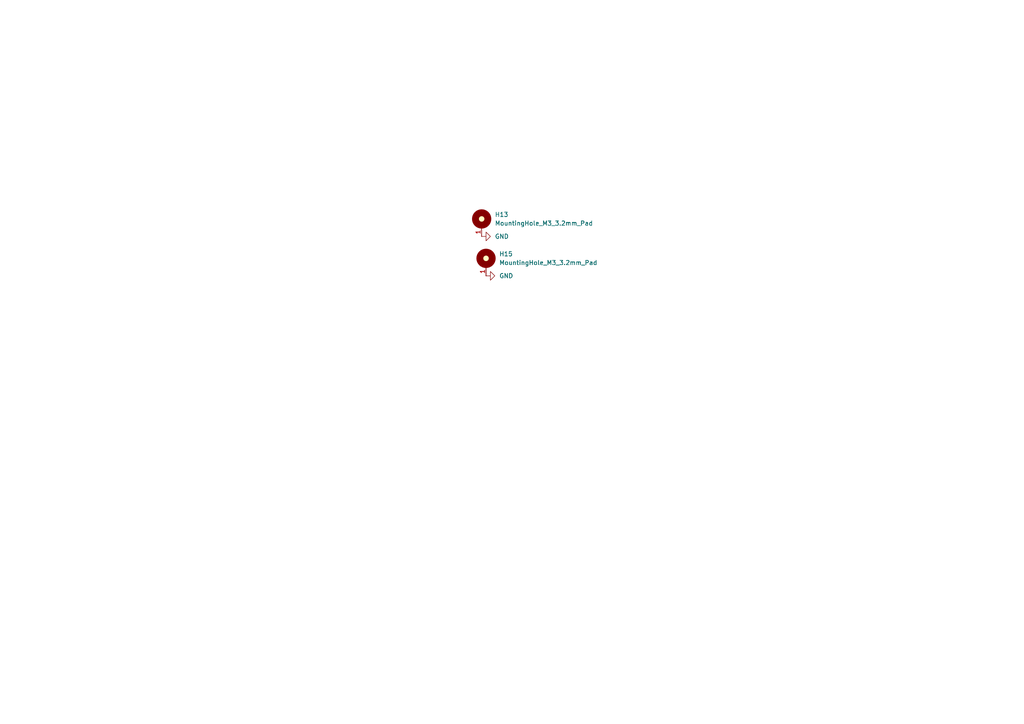
<source format=kicad_sch>
(kicad_sch (version 20231120) (generator "eeschema") (generator_version "8.0")
  (paper "A4")
  (lib_symbols
    (symbol "PCM_SL_Mechanical:MountingHole_M3_3.2mm_Pad"
      (property "Reference" "H" (at 0 7.62 0))
      (property "Value" "MountingHole_M3_3.2mm_Pad" (at 0 5.08 0))
      (symbol "MountingHole_M3_3.2mm_Pad_0_1"
        (circle (center 0 0) (radius 1.27) (fill (type background)))
        (circle (center 0 0) (radius 1.7961) (stroke (width 2)))
      )
      (symbol "MountingHole_M3_3.2mm_Pad_1_1"
        (pin passive line (at 0 -5.08 90) (length 2.54) (name "") (number "1"))
      )
    )
    (symbol "power:GND" (power) (pin_numbers hide) (pin_names (offset 0) hide)
      (property "Value" "GND" (at 0 -3.81 0))
      (symbol "GND_0_1"
        (polyline (pts (xy 0 0) (xy 0 -1.27) (xy 1.27 -1.27) (xy 0 -2.54) (xy -1.27 -1.27) (xy 0 -1.27)))
      )
      (symbol "GND_1_1"
        (pin power_in line (at 0 0 270) (length 0) (name "~") (number "1"))
      )
    )
  )
  (symbol (lib_id "power:GND") (at 139.7 68.58 90) (unit 1)
    (property "Reference" "#PWR011" (effects (hide yes)))
    (property "Value" "GND" (at 143.51 68.5799 90) (effects (justify right)))
    (property "Description" "Power symbol creates a global label with name \"GND\" , ground" (effects (hide yes)))
  )
  (symbol (lib_id "PCM_SL_Mechanical:MountingHole_M3_3.2mm_Pad") (at 140.97 74.93 0) (unit 1)
    (property "Reference" "H15" (at 144.78 73.6599 0) (effects (justify left)))
    (property "Value" "MountingHole_M3_3.2mm_Pad" (at 144.78 76.1999 0) (effects (justify left)))
    (property "Footprint" "PCM_SL_Mechanical:MountingHole_3.2mm_Pad" (effects (hide yes)))
    (property "Description" "3.2mm Diameter Mounting Hole Pad (M3)" (effects (hide yes)))
  )
  (symbol (lib_id "power:GND") (at 140.97 80.01 90) (unit 1)
    (property "Reference" "#PWR013" (effects (hide yes)))
    (property "Value" "GND" (at 144.78 80.0099 90) (effects (justify right)))
    (property "Description" "Power symbol creates a global label with name \"GND\" , ground" (effects (hide yes)))
  )
  (symbol (lib_id "PCM_SL_Mechanical:MountingHole_M3_3.2mm_Pad") (at 139.7 63.5 0) (unit 1)
    (property "Reference" "H13" (at 143.51 62.2299 0) (effects (justify left)))
    (property "Value" "MountingHole_M3_3.2mm_Pad" (at 143.51 64.7699 0) (effects (justify left)))
    (property "Footprint" "PCM_SL_Mechanical:MountingHole_3.2mm_Pad" (effects (hide yes)))
    (property "Description" "3.2mm Diameter Mounting Hole Pad (M3)" (effects (hide yes)))
  )
)
</source>
